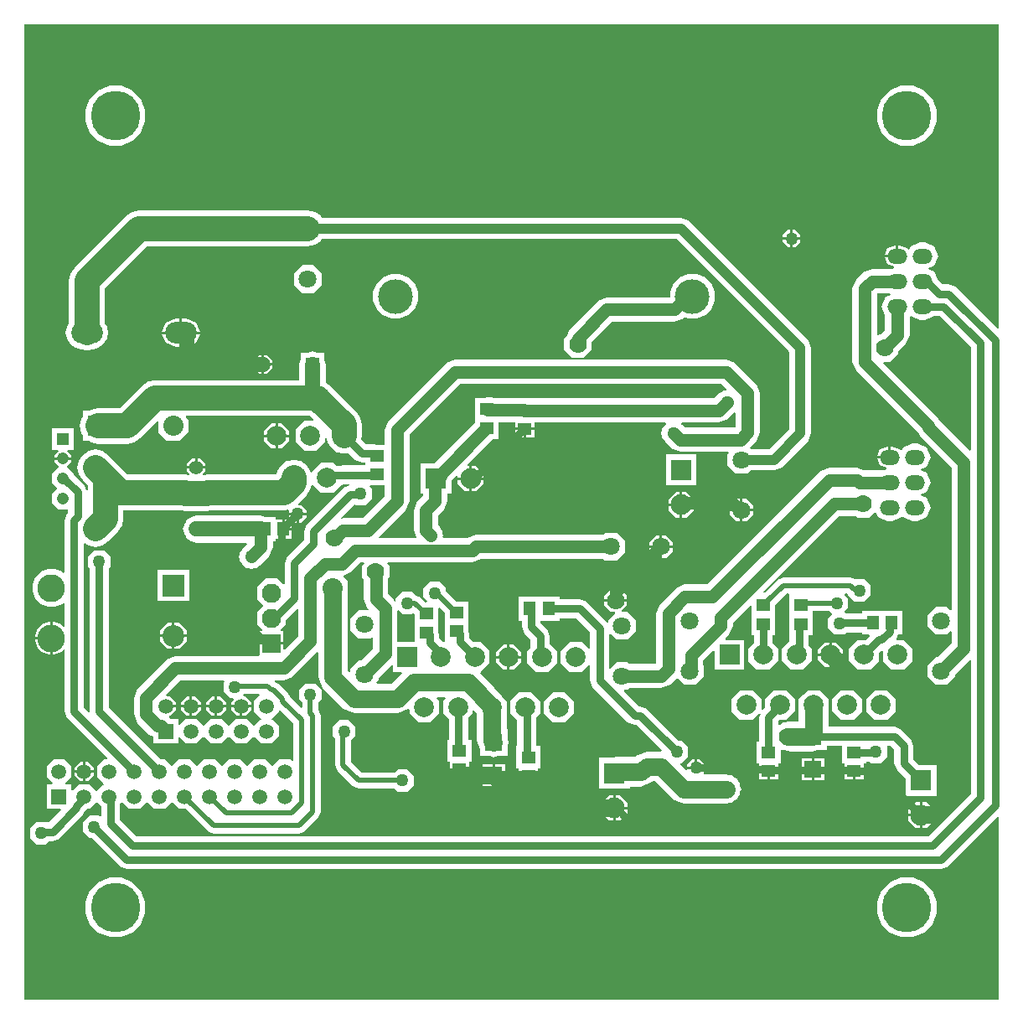
<source format=gbl>
G04*
G04 #@! TF.GenerationSoftware,Altium Limited,Altium Designer,21.3.2 (30)*
G04*
G04 Layer_Physical_Order=2*
G04 Layer_Color=16711680*
%FSTAX44Y44*%
%MOMM*%
G71*
G04*
G04 #@! TF.SameCoordinates,1521B721-1041-421A-BEC2-2198B3717C83*
G04*
G04*
G04 #@! TF.FilePolarity,Positive*
G04*
G01*
G75*
%ADD15C,0.7620*%
%ADD56C,0.5080*%
%ADD57C,1.2700*%
%ADD58C,1.0160*%
%ADD59C,2.5400*%
%ADD60C,1.5240*%
%ADD61C,1.7780*%
%ADD62C,3.5000*%
%ADD63C,1.4000*%
%ADD64R,2.2000X2.2000*%
%ADD65C,2.2000*%
%ADD66R,2.1000X2.1000*%
%ADD67C,2.1000*%
%ADD68C,2.7940*%
%ADD69O,3.2000X2.2000*%
%ADD70C,2.0000*%
%ADD71R,2.0000X2.0000*%
%ADD72C,1.8000*%
%ADD73O,2.0000X1.5000*%
%ADD74R,1.5000X1.5000*%
%ADD75C,1.5000*%
%ADD76R,2.1000X2.1000*%
%ADD77R,1.9400X1.9400*%
%ADD78C,1.9400*%
%ADD79R,2.0320X2.0320*%
%ADD80C,2.0320*%
%ADD81C,1.2080*%
%ADD82R,1.2080X1.2080*%
%ADD83C,1.3500*%
%ADD84R,1.3500X1.3500*%
%ADD85C,1.7780*%
%ADD86C,1.2700*%
%ADD87C,5.0000*%
%ADD88R,1.2000X1.4000*%
%ADD89R,1.4000X1.2000*%
%ADD90R,1.7000X1.7000*%
G36*
X00970817Y00674034D02*
Y00569798D01*
X00969644Y00569312D01*
X00938016Y0060094D01*
X00937118Y00603108D01*
X00937118Y00603108D01*
X0088227Y00657957D01*
X00882756Y0065913D01*
X00889707D01*
X0089789Y00667313D01*
Y00669574D01*
X00905368Y00677052D01*
X00908992Y006858D01*
X00908992Y006858D01*
Y00704622D01*
X00910262Y00705228D01*
X0091952Y00701394D01*
X0092452D01*
X00934148Y00705382D01*
X00934151Y00705387D01*
X00939464D01*
X00970817Y00674034D01*
D02*
G37*
G36*
X00998967Y00692721D02*
X00997794Y00692235D01*
X00955515Y00734514D01*
X0094871Y00737333D01*
X00942577D01*
X00937173Y00742736D01*
X00934148Y00750038D01*
X00928266Y00752475D01*
Y00753745D01*
X00934148Y00756182D01*
X00938137Y0076581D01*
X00934148Y00775438D01*
X0092452Y00779426D01*
X0091952D01*
X00909892Y00775438D01*
X0090858Y00772272D01*
X0090731D01*
X00906804Y00773494D01*
X0089912Y00776677D01*
X0089789D01*
Y0076581D01*
X0089662D01*
Y0076454D01*
X00883779D01*
X00886436Y00758126D01*
X00893567Y00755172D01*
Y00753797D01*
X00891115Y00752782D01*
X0087104D01*
X0087104Y00752782D01*
X00862291Y00749158D01*
X00854852Y00741719D01*
X00851228Y00732971D01*
Y0065913D01*
X00854852Y00650382D01*
X00918724Y0058651D01*
X00919622Y00584342D01*
X00951558Y00552405D01*
Y00408323D01*
X00950385Y00407837D01*
X00946902Y0041132D01*
X00935238D01*
X0092699Y00403072D01*
Y00391408D01*
X00935238Y0038316D01*
X00946902D01*
X00950385Y00386643D01*
X00951558Y00386157D01*
Y00374425D01*
X00937654Y0036052D01*
X00935238D01*
X0092699Y00352272D01*
Y00340608D01*
X00935238Y0033236D01*
X00946902D01*
X0095515Y00340608D01*
Y00343024D01*
X00969644Y00357518D01*
X00970817Y00357032D01*
Y00222426D01*
X00928194Y00179802D01*
X00127882D01*
X00111222Y00196462D01*
Y00212812D01*
X00112182Y00213771D01*
X0011303Y00214409D01*
X00113878Y00213771D01*
X00120519Y0020713D01*
X00130941D01*
X00137582Y00213771D01*
X0013843Y00214409D01*
X00139278Y00213771D01*
X00145919Y0020713D01*
X00156341D01*
X00162982Y00213771D01*
X0016383Y00214409D01*
X00164678Y00213771D01*
X00171319Y0020713D01*
X00177446D01*
X00199908Y00184668D01*
X0020574Y00182252D01*
X002921D01*
X00297932Y00184668D01*
X00311902Y00198638D01*
X00314318Y0020447D01*
Y00301707D01*
X00311902Y0030754D01*
X00311778Y00307664D01*
Y00314663D01*
X0031496Y00317845D01*
Y00327314D01*
X00308265Y0033401D01*
X00298796D01*
X002921Y00327314D01*
Y00317845D01*
X00295282Y00314663D01*
Y00309654D01*
X00294109Y00309168D01*
X00282572Y00320705D01*
X00281302Y00323771D01*
X00271701Y00333372D01*
X00268635Y00334642D01*
X00267446Y00335831D01*
X00267932Y00337004D01*
X00276516D01*
X00285265Y00340628D01*
X00310096Y00365459D01*
X00311269Y00364973D01*
Y00340369D01*
X00315698Y00329677D01*
X00337407Y00307968D01*
X003481Y00303539D01*
X00391695D01*
X0040226Y00307915D01*
X0040353Y00307451D01*
Y00303634D01*
X00412364Y002948D01*
X00424856D01*
X0043369Y00303634D01*
Y00316126D01*
X00430991Y00318826D01*
X00431477Y00319999D01*
X00439743D01*
X00440229Y00318826D01*
X0043753Y00316126D01*
Y00303634D01*
X00443708Y00297455D01*
Y00277164D01*
X00441972D01*
Y00255004D01*
X00444512D01*
Y00248354D01*
X00454052D01*
X00463592D01*
Y00255004D01*
X00466132D01*
Y00277164D01*
X00462953D01*
Y00298897D01*
X0046769Y00303634D01*
Y00306357D01*
X00468863Y00306843D01*
X0047153Y00304176D01*
Y00303634D01*
X00471914Y0030325D01*
Y00275955D01*
X0047537Y00267611D01*
Y0026046D01*
X0048523D01*
X0048895Y00258919D01*
X0049267Y0026046D01*
X0050253D01*
Y0027032D01*
X00504071Y0027404D01*
X0050253Y0027776D01*
Y0028762D01*
X00502156D01*
Y00309455D01*
X0050169Y0031058D01*
Y00316126D01*
X00497768Y00320048D01*
X00497302Y00321173D01*
X00489316Y00329159D01*
X00488542Y00331027D01*
X00475142Y00344427D01*
X00475629Y003456D01*
X00475856D01*
X0048469Y00354434D01*
Y00366926D01*
X00475856Y0037576D01*
X00468521D01*
X00464271Y0038001D01*
Y00384506D01*
X00463538Y00386274D01*
Y00394616D01*
Y00416776D01*
X00451042D01*
X0044069Y00427128D01*
Y00430185D01*
X00433994Y0043688D01*
X00424525D01*
X0041783Y00430185D01*
Y00420715D01*
X00421259Y00417286D01*
X00420807Y00415943D01*
X00420207Y00415861D01*
X00414946Y00421122D01*
X00409323Y00423451D01*
X00406054Y0042672D01*
X00396586D01*
X0038989Y00420024D01*
Y00416732D01*
X0038862Y00416479D01*
X00387658Y00418802D01*
X00387658Y00418802D01*
X00382235Y00424225D01*
Y00439949D01*
X0038354Y00441253D01*
Y00452827D01*
X00381282Y00455085D01*
X00381768Y00456258D01*
X00467123D01*
X0047567Y00459798D01*
X0059952D01*
X00601228Y0045809D01*
X00612892D01*
X0062114Y00466338D01*
Y00478002D01*
X00612892Y0048625D01*
X00601228D01*
X0059952Y00484542D01*
X00470663D01*
X00462117Y00481002D01*
X00437945D01*
X0043716Y00482272D01*
X00437822Y0048387D01*
X0043688Y00486144D01*
Y00488605D01*
X0043514Y00490345D01*
X00434198Y00492618D01*
X00432742Y00494075D01*
Y00503876D01*
X00438443Y00509576D01*
X00442066Y00518325D01*
Y0052544D01*
X0044611D01*
Y00539142D01*
X00451317Y00544348D01*
X0045249Y00543862D01*
Y0054229D01*
X0046426D01*
Y0055406D01*
X00462688D01*
X00462202Y00555233D01*
X00488054Y00581086D01*
X00494018D01*
Y00591462D01*
X0049431Y00592166D01*
X00494018Y0059287D01*
Y00597655D01*
X00501419D01*
X0050216Y00597962D01*
X00510552D01*
Y00592254D01*
X00520092D01*
X00529632D01*
Y00597612D01*
X00662241D01*
X00663088Y00596342D01*
X00662925Y00595949D01*
X00661812Y00595488D01*
X0066087Y00593215D01*
X0065913Y00591474D01*
Y00589014D01*
X00658188Y0058674D01*
X0065913Y00584466D01*
Y00582006D01*
X0066087Y00580265D01*
X00661812Y00577992D01*
X00668322Y00571482D01*
X00668322Y00571482D01*
X0067707Y00567858D01*
X0067707Y00567858D01*
X00725627D01*
X00726113Y00566685D01*
X0072506Y00565632D01*
Y00561371D01*
X00724521Y0056007D01*
X0072506Y00558769D01*
Y00553968D01*
X00733308Y0054572D01*
X00744972D01*
X00748325Y00549073D01*
X0077216D01*
X00779936Y00552294D01*
X00806606Y00578964D01*
X00809827Y0058674D01*
Y006731D01*
X00806606Y00680876D01*
X00685956Y00801526D01*
X0067818Y00804747D01*
X00315026D01*
X00313809Y00806569D01*
X00307927Y00810498D01*
X0030099Y00811878D01*
X00130629D01*
X00123691Y00810498D01*
X0011781Y00806569D01*
X000649Y00753659D01*
X0006097Y00747777D01*
X0005959Y0074084D01*
Y00697636D01*
X00057571Y00694614D01*
X00056323Y0068834D01*
X00057571Y00682066D01*
X00061125Y00676747D01*
X00066444Y00673193D01*
X00069207Y00672643D01*
X00070781Y00671592D01*
X00077719Y00670212D01*
X00084656Y00671592D01*
X00086231Y00672644D01*
X00088992Y00673193D01*
X00094311Y00676747D01*
X00097865Y00682066D01*
X00099113Y0068834D01*
X00097865Y00694614D01*
X00095847Y00697635D01*
Y00733331D01*
X00138138Y00775622D01*
X0030099D01*
X00307927Y00777002D01*
X00313809Y00780931D01*
X00315026Y00782753D01*
X00673625D01*
X00787833Y00668545D01*
Y00591295D01*
X00767605Y00571067D01*
X0074818D01*
X00747561Y00572244D01*
X00754238Y00578921D01*
X00757862Y00587669D01*
X00757862Y0058767D01*
Y0062738D01*
X00757862Y0062738D01*
X00754238Y00636128D01*
X00754238Y00636128D01*
X00732648Y00657718D01*
X007239Y00661342D01*
X0044958D01*
X00440832Y00657718D01*
X00382412Y00599298D01*
X00378788Y0059055D01*
Y00575256D01*
X00370452D01*
X00368684Y00575989D01*
X00359386D01*
X00354944Y0058043D01*
X00355694Y005842D01*
Y00595233D01*
X00354314Y00602171D01*
X00350385Y00608052D01*
X0032308Y00635357D01*
X00319416Y00637805D01*
Y0065632D01*
X003175Y00660947D01*
Y0066815D01*
X00310296D01*
X0030567Y00670066D01*
X00301043Y0066815D01*
X0029384D01*
Y00660947D01*
X00291924Y0065632D01*
Y00640428D01*
X00146455D01*
X00139517Y00639048D01*
X00133636Y00635119D01*
X00110736Y00612218D01*
X000887D01*
X00081763Y00610838D01*
X00079505Y0060933D01*
X0007346D01*
Y00603285D01*
X00071952Y00601027D01*
X00070572Y0059409D01*
X00071952Y00587153D01*
X0007346Y00584895D01*
Y0057885D01*
X00079505D01*
X00081763Y00577342D01*
X000887Y00575962D01*
X00118245D01*
X00125182Y00577342D01*
X00131063Y00581271D01*
X00148487Y00598695D01*
X0014966Y00598209D01*
Y00587777D01*
X00158587Y0057885D01*
X00171213D01*
X0018014Y00587777D01*
Y00600403D01*
X00177544Y00602998D01*
X0017803Y00604172D01*
X0030299D01*
X00306709Y00600453D01*
X00306223Y0059928D01*
X00297284D01*
X0028845Y00590446D01*
Y00577954D01*
X00297284Y0056912D01*
X00309776D01*
X0031861Y00577954D01*
Y00581851D01*
X0031988Y00581976D01*
X00320818Y00577263D01*
X00324747Y00571381D01*
X00330629Y00567452D01*
X00337566Y00566072D01*
X00341336Y00566822D01*
X00348596Y00559562D01*
X003554Y00556744D01*
X00358794D01*
Y00554453D01*
X00335774D01*
X00334134Y00553773D01*
X00329629D01*
X0032654Y00556862D01*
X00314048D01*
X00305214Y00548028D01*
Y00546685D01*
X00303944Y0054656D01*
X00303514Y00548719D01*
X00299585Y00554601D01*
X00293703Y0055853D01*
X00286766Y0055991D01*
X00279829Y0055853D01*
X00273947Y00554601D01*
X00270018Y00548719D01*
X00269301Y00545117D01*
X00269204Y0054502D01*
X00199712D01*
X00195881Y00544258D01*
X00195389D01*
X00194903Y00545432D01*
X001977Y00548228D01*
Y0055091D01*
X0018816D01*
X0017862D01*
Y00548228D01*
X00181417Y00545432D01*
X00180931Y00544258D01*
X00180439D01*
X00176608Y0054502D01*
X00118957D01*
X00109339Y00554639D01*
X00098979Y00564999D01*
X00093097Y00568928D01*
X0008616Y00570308D01*
X00079223Y00568928D01*
X00073341Y00564999D01*
X00069412Y00559117D01*
X00068032Y0055218D01*
X00069412Y00545243D01*
X00073341Y00539361D01*
X00078392Y00534311D01*
Y00529318D01*
X00077122Y00529065D01*
X00075074Y00534008D01*
X0006446Y00544622D01*
Y00545626D01*
X00058168Y00551918D01*
X00057946Y0055214D01*
X00057864Y0055341D01*
X0006192Y00557466D01*
Y0055975D01*
X0005334D01*
X0004476D01*
Y00557466D01*
X00048816Y0055341D01*
X00048734Y0055214D01*
X00048512Y00551918D01*
X0004222Y00545626D01*
Y00536414D01*
X00047614Y0053102D01*
X0004222Y00525626D01*
Y00516414D01*
X00048734Y005099D01*
X00057946D01*
X00058648Y00509609D01*
Y00506579D01*
X00057766Y00505697D01*
X00054948Y00498893D01*
Y00446093D01*
X00053774Y00445607D01*
X00052701Y0044668D01*
X00045699Y0044958D01*
X00038121D01*
X00031119Y0044668D01*
X0002576Y00441321D01*
X0002286Y00434319D01*
Y00426741D01*
X0002576Y00419739D01*
X00031119Y0041438D01*
X00038121Y0041148D01*
X00045699D01*
X00052701Y0041438D01*
X00053974Y00415653D01*
X00055148Y00415167D01*
Y00391501D01*
X00053974Y00391014D01*
X00051262Y00393727D01*
X00045194Y0039624D01*
X0004318D01*
Y0037973D01*
Y0036322D01*
X00045194D01*
X00051262Y00365733D01*
X00053974Y00368446D01*
X00055148Y0036796D01*
Y0030607D01*
X00057966Y00299266D01*
X00098369Y00258863D01*
X00097882Y0025769D01*
X00095119D01*
X0008775Y00250321D01*
Y00239899D01*
X00094391Y00233258D01*
X00095029Y0023241D01*
X00094391Y00231562D01*
X00088478Y00225649D01*
X0008763Y00225011D01*
X00086782Y00225649D01*
X00080141Y0023229D01*
X00069719D01*
X0006338Y00225951D01*
X0006211Y00226477D01*
Y0023229D01*
X00056297D01*
X00055771Y0023356D01*
X0006211Y00239899D01*
Y00250321D01*
X00054741Y0025769D01*
X00044319D01*
X0003695Y00250321D01*
Y00239899D01*
X00043289Y0023356D01*
X00042763Y0023229D01*
X0003695D01*
Y0020713D01*
X00051051D01*
X00051537Y00205957D01*
X00039055Y00193474D01*
X0003732D01*
X00036484Y0019431D01*
X00027016D01*
X0002032Y00187614D01*
Y00178146D01*
X00027016Y0017145D01*
X00036484D01*
X00039264Y0017423D01*
X0004304D01*
X00049844Y00177048D01*
X00073994Y00201197D01*
X00075388Y00204563D01*
X00077955Y0020713D01*
X00080141D01*
X00086782Y00213771D01*
X0008763Y00214409D01*
X00088478Y00213771D01*
X00091978Y00210272D01*
Y00200166D01*
X00090804Y0019968D01*
X00089824Y0020066D01*
X00080356D01*
X0007366Y00193965D01*
Y00184496D01*
X00080356Y001778D01*
X00082912D01*
X00111306Y00149406D01*
X0011811Y00146587D01*
X0094107D01*
X00947874Y00149406D01*
X00997794Y00199325D01*
X00998967Y00198839D01*
X00998967Y00014493D01*
X00014493D01*
X00014493Y01000237D01*
X00998967D01*
X00998967Y00692721D01*
D02*
G37*
G36*
X00889634Y00726768D02*
X00884492Y00724638D01*
X00880503Y0071501D01*
X00884248Y00705969D01*
Y00690925D01*
X00880394Y0068707D01*
X00878133D01*
X00877145Y00686082D01*
X00875972Y00686568D01*
Y00727846D01*
X00876164Y00728038D01*
X00889381D01*
X00889634Y00726768D01*
D02*
G37*
G36*
X00723896Y00631477D02*
X00723649Y00630232D01*
X00722896Y0062992D01*
X00720435D01*
X00718695Y0062818D01*
X00716422Y00627238D01*
X00711539Y00622356D01*
X00520287D01*
X00519442Y00622706D01*
X00501726D01*
X00501726Y00622706D01*
X00500985Y00622399D01*
X00488708D01*
X00486803Y00623188D01*
X00482783D01*
X00481938Y00623538D01*
X00478819Y00622246D01*
X00469858D01*
Y0061187D01*
X00469566Y00611166D01*
X00469858Y00610462D01*
Y00597882D01*
X00428576Y005566D01*
X0041495D01*
Y0052544D01*
X00417323D01*
Y00523449D01*
X00411622Y00517748D01*
X00407998Y00509D01*
Y0048895D01*
X00410853Y00482058D01*
X00410148Y00481002D01*
X00373427D01*
X00372941Y00482175D01*
X00399908Y00509142D01*
X00399908Y00509142D01*
X00403532Y0051789D01*
X00403532Y0051789D01*
Y00585425D01*
X00454705Y00636598D01*
X00718775D01*
X00723896Y00631477D01*
D02*
G37*
G36*
X00733118Y00607283D02*
Y00592794D01*
X00732926Y00592602D01*
X00682195D01*
X00679308Y00595488D01*
X00678195Y00595949D01*
X00678032Y00596342D01*
X00678879Y00597612D01*
X00716664D01*
X00725412Y00601236D01*
X00731945Y00607769D01*
X00733118Y00607283D01*
D02*
G37*
G36*
X00342879Y00533937D02*
X00337266Y00531612D01*
X00299906Y00494253D01*
X00297088Y00487449D01*
Y00478899D01*
X00280216Y00462028D01*
X00277397Y00455223D01*
Y00434504D01*
X00276224Y00434018D01*
X00270282Y0043996D01*
X00258038D01*
X0024938Y00431302D01*
Y00419058D01*
X00255958Y0041248D01*
X0024938Y00405902D01*
Y00393658D01*
X00255245Y00387793D01*
X00254758Y0038662D01*
X0025192D01*
Y0037565D01*
X0026416D01*
X002764D01*
Y0038662D01*
X00273561D01*
X00273075Y00387793D01*
X0027894Y00393658D01*
Y00398265D01*
X00289985Y0040931D01*
X00291158Y00408824D01*
Y00381514D01*
X00277573Y00367929D01*
X002764Y00368415D01*
Y0037311D01*
X0026416D01*
X0025192D01*
Y0036214D01*
X00250812Y00361748D01*
X00167139D01*
X00167139Y00361748D01*
X00158391Y00358124D01*
X00128532Y00328265D01*
X00124908Y00319517D01*
Y00302783D01*
X00128532Y00294035D01*
X00140365Y00282202D01*
X00140365Y00282202D01*
X001449Y00280323D01*
Y0027317D01*
X0017006D01*
Y00278983D01*
X0017133Y00279509D01*
X00177669Y0027317D01*
X00188091D01*
X00194732Y00279811D01*
X0019558Y00280449D01*
X00196428Y00279811D01*
X00203069Y0027317D01*
X00213491D01*
X00220132Y00279811D01*
X0022098Y00280449D01*
X00221828Y00279811D01*
X00228469Y0027317D01*
X00238891D01*
X00245532Y00279811D01*
X0024638Y00280449D01*
X00247228Y00279811D01*
X00253869Y0027317D01*
X00264291D01*
X0027166Y00280539D01*
Y00290961D01*
X00265019Y00297602D01*
X00264381Y0029845D01*
X00265019Y00299298D01*
X0027166Y00305939D01*
Y00306629D01*
X00272833Y00307115D01*
X00286392Y00293557D01*
Y00256298D01*
X00285219Y00255812D01*
X00283341Y0025769D01*
X00272919D01*
X00266278Y00251049D01*
X0026543Y00250411D01*
X00264582Y00251049D01*
X00257941Y0025769D01*
X00247519D01*
X00240878Y00251049D01*
X0024003Y00250411D01*
X00239182Y00251049D01*
X00232541Y0025769D01*
X00222119D01*
X00215478Y00251049D01*
X0021463Y00250411D01*
X00213782Y00251049D01*
X00207141Y0025769D01*
X00196719D01*
X00190078Y00251049D01*
X0018923Y00250411D01*
X00188382Y00251049D01*
X00181741Y0025769D01*
X00171319D01*
X00164678Y00251049D01*
X0016383Y00250411D01*
X00162982Y00251049D01*
X00156341Y0025769D01*
X00152158D01*
X00099792Y00310056D01*
Y00450658D01*
X001016Y00452466D01*
Y00461935D01*
X00094904Y0046863D01*
X00085435D01*
X0007874Y00461935D01*
Y00452466D01*
X00080548Y00450658D01*
Y0030607D01*
X00080836Y00305374D01*
X0007978Y00304668D01*
X00074392Y00310056D01*
Y00439999D01*
X00074193Y00440482D01*
Y00475216D01*
X00075312Y00475814D01*
X00079223Y00473202D01*
X0008616Y00471822D01*
X00093097Y00473202D01*
X00098979Y00477131D01*
X00109339Y00487491D01*
X00113268Y00493373D01*
X00114648Y0050031D01*
Y00508764D01*
X00173539D01*
X0017737Y00508002D01*
X0019895D01*
X00202781Y00508764D01*
X00276713D01*
X00280854Y00509587D01*
X0028194Y00508508D01*
Y0050673D01*
X0029972D01*
Y00509142D01*
X00294512Y0051435D01*
X00291468D01*
X00290982Y00515523D01*
X00299585Y00524126D01*
X00303514Y00530008D01*
X00304416Y00534538D01*
X00305794Y00534956D01*
X00314048Y00526702D01*
X0032654D01*
X00334367Y00534528D01*
X00335094D01*
X00336734Y00535207D01*
X00342627D01*
X00342879Y00533937D01*
D02*
G37*
G36*
X00378788Y00523014D02*
X00356698Y00500924D01*
X00336129D01*
X0033515Y00500518D01*
X00334444Y00501574D01*
X00348055Y00515186D01*
X0034876D01*
X00349595Y0051435D01*
X00359064D01*
X0036576Y00521045D01*
Y00530514D01*
X00363352Y00532923D01*
X00363838Y00534096D01*
X00378788D01*
Y00523014D01*
D02*
G37*
G36*
X00439378Y00405112D02*
Y00394616D01*
Y0037576D01*
X00437488D01*
X00433791Y00379458D01*
Y00383236D01*
X00433058Y00385004D01*
Y00393346D01*
Y00409772D01*
X00434231Y00410258D01*
X00439378Y00405112D01*
D02*
G37*
G36*
X00396586Y0040386D02*
X00406054D01*
X00407467Y00405273D01*
X00408898Y00403842D01*
Y00393346D01*
Y0037576D01*
X00391282D01*
Y00407505D01*
X00392455Y0040799D01*
X00396586Y0040386D01*
D02*
G37*
G36*
X00357858Y00455085D02*
X003556Y00452827D01*
Y00441253D01*
X00357492Y00439362D01*
Y004191D01*
X00361115Y00410352D01*
X00362514Y00408953D01*
X00362028Y0040778D01*
X00352308D01*
X0034406Y00399532D01*
Y00387868D01*
X00352308Y0037962D01*
X00363972D01*
X00365365Y00381013D01*
X00366538Y00380527D01*
Y00368795D01*
X00354724Y0035698D01*
X00352308D01*
X0034406Y00348732D01*
Y00345743D01*
X00342887Y00345257D01*
X00341511Y00346633D01*
Y00424098D01*
X0034163Y00424217D01*
Y00436843D01*
X00336728Y00441745D01*
X00336975Y00442991D01*
X00344028Y00445912D01*
X00354375Y00456258D01*
X00357372D01*
X00357858Y00455085D01*
D02*
G37*
G36*
X0038653Y00352134D02*
Y003456D01*
X00395592D01*
X00396077Y00344427D01*
X00385432Y00333781D01*
X00370592D01*
X00370106Y00334954D01*
X0037222Y00337068D01*
Y00339484D01*
X00385357Y0035262D01*
X0038653Y00352134D01*
D02*
G37*
G36*
X0021667Y00335831D02*
X002159Y0033506D01*
Y00325592D01*
X00222596Y00318896D01*
X00225568D01*
X00226054Y00317723D01*
X0022364Y00315309D01*
Y0031242D01*
X0024372D01*
Y00315309D01*
X00237839Y0032119D01*
X00236018D01*
X00235532Y00322363D01*
X00236391Y00323222D01*
X00251702D01*
X00252188Y00322049D01*
X002465Y00316361D01*
Y00305939D01*
X00253141Y00299298D01*
X00253779Y0029845D01*
X00253141Y00297602D01*
X00247228Y00291689D01*
X0024638Y00291051D01*
X00245532Y00291689D01*
X00238891Y0029833D01*
X00228469D01*
X00221828Y00291689D01*
X0022098Y00291051D01*
X00220132Y00291689D01*
X00213491Y0029833D01*
X00203069D01*
X00196428Y00291689D01*
X0019558Y00291051D01*
X00194732Y00291689D01*
X00188091Y0029833D01*
X00177669D01*
X0017133Y00291991D01*
X0017006Y00292517D01*
Y0029833D01*
X00162396D01*
X00161028Y00299698D01*
X00160627Y00299864D01*
X00160875Y0030111D01*
X00161639D01*
X0016752Y00306991D01*
Y0030988D01*
X0015748D01*
Y0031242D01*
X0016752D01*
Y00315309D01*
X00161639Y0032119D01*
X00158109D01*
X00157622Y00322363D01*
X00172263Y00337004D01*
X00216185D01*
X0021667Y00335831D01*
D02*
G37*
%LPC*%
G36*
X00912333Y009377D02*
X00900367D01*
X00889311Y00933121D01*
X00880849Y00924659D01*
X0087627Y00913603D01*
Y00901637D01*
X00880849Y00890581D01*
X00889311Y00882119D01*
X00900367Y0087754D01*
X00912333D01*
X00923389Y00882119D01*
X00931851Y00890581D01*
X0093643Y00901637D01*
Y00913603D01*
X00931851Y00924659D01*
X00923389Y00933121D01*
X00912333Y009377D01*
D02*
G37*
G36*
X00112333D02*
X00100367D01*
X00089311Y00933121D01*
X00080849Y00924659D01*
X0007627Y00913603D01*
Y00901637D01*
X00080849Y00890581D01*
X00089311Y00882119D01*
X00100367Y0087754D01*
X00112333D01*
X00123389Y00882119D01*
X00131851Y00890581D01*
X0013643Y00901637D01*
Y00913603D01*
X00131851Y00924659D01*
X00123389Y00933121D01*
X00112333Y009377D01*
D02*
G37*
G36*
X00793622Y0079248D02*
X0079121D01*
Y0078486D01*
X0079883D01*
Y00787272D01*
X00793622Y0079248D01*
D02*
G37*
G36*
X0078867D02*
X00786258D01*
X0078105Y00787272D01*
Y0078486D01*
X0078867D01*
Y0079248D01*
D02*
G37*
G36*
X0079883Y0078232D02*
X0079121D01*
Y007747D01*
X00793622D01*
X0079883Y00779908D01*
Y0078232D01*
D02*
G37*
G36*
X0078867D02*
X0078105D01*
Y00779908D01*
X00786258Y007747D01*
X0078867D01*
Y0078232D01*
D02*
G37*
G36*
X0089535Y00776677D02*
X0089412D01*
X00886436Y00773494D01*
X00883779Y0076708D01*
X0089535D01*
Y00776677D01*
D02*
G37*
G36*
X00306822Y0075664D02*
X00295158D01*
X0028691Y00748392D01*
Y00736728D01*
X00295158Y0072848D01*
X00306822D01*
X0031507Y00736728D01*
Y00748392D01*
X00306822Y0075664D01*
D02*
G37*
G36*
X00694101Y0074775D02*
X00685119D01*
X0067682Y00744312D01*
X00670468Y00737961D01*
X0066703Y00729661D01*
Y00724581D01*
X00666493Y00724043D01*
X00603069D01*
X00594321Y0072042D01*
X00565292Y0069139D01*
X00562837Y00685463D01*
X0056007Y00682697D01*
Y00671123D01*
X00568253Y0066294D01*
X00579827D01*
X0058801Y00671123D01*
Y00679116D01*
X00608194Y006993D01*
X00671617D01*
X00680365Y00702923D01*
X00681522Y0070408D01*
X00685119Y0070259D01*
X00694101D01*
X00702401Y00706028D01*
X00708752Y0071238D01*
X0071219Y00720679D01*
Y00729661D01*
X00708752Y00737961D01*
X00702401Y00744312D01*
X00694101Y0074775D01*
D02*
G37*
G36*
X00394101D02*
X00385119D01*
X00376819Y00744312D01*
X00370468Y00737961D01*
X0036703Y00729661D01*
Y00720679D01*
X00370468Y0071238D01*
X00376819Y00706028D01*
X00385119Y0070259D01*
X00394101D01*
X00402401Y00706028D01*
X00408752Y0071238D01*
X0041219Y00720679D01*
Y00729661D01*
X00408752Y00737961D01*
X00402401Y00744312D01*
X00394101Y0074775D01*
D02*
G37*
G36*
X00177719Y00702996D02*
X00173989D01*
Y0068961D01*
X00191849D01*
X00188082Y00698703D01*
X00177719Y00702996D01*
D02*
G37*
G36*
X00171449D02*
X00167719D01*
X00157356Y00698703D01*
X0015359Y0068961D01*
X00171449D01*
Y00702996D01*
D02*
G37*
G36*
X00191849Y0068707D02*
X00173989D01*
Y00673684D01*
X00177719D01*
X00188082Y00677977D01*
X00191849Y0068707D01*
D02*
G37*
G36*
X00171449D02*
X0015359D01*
X00157356Y00677977D01*
X00167719Y00673684D01*
X00171449D01*
Y0068707D01*
D02*
G37*
G36*
X00259518Y0066561D02*
X0025694D01*
Y0065759D01*
X0026496D01*
Y00660168D01*
X00259518Y0066561D01*
D02*
G37*
G36*
X002544D02*
X00251822D01*
X0024638Y00660168D01*
Y0065759D01*
X002544D01*
Y0066561D01*
D02*
G37*
G36*
X0026496Y0065505D02*
X0025694D01*
Y0064703D01*
X00259518D01*
X0026496Y00652472D01*
Y0065505D01*
D02*
G37*
G36*
X002544D02*
X0024638D01*
Y00652472D01*
X00251822Y0064703D01*
X002544D01*
Y0065505D01*
D02*
G37*
G36*
X00274688Y0059674D02*
X00270764D01*
Y0058547D01*
X00282034D01*
Y00589394D01*
X00274688Y0059674D01*
D02*
G37*
G36*
X00268224D02*
X002643D01*
X00256954Y00589394D01*
Y0058547D01*
X00268224D01*
Y0059674D01*
D02*
G37*
G36*
X00529632Y00589714D02*
X00521362D01*
Y00582444D01*
X00529632D01*
Y00589714D01*
D02*
G37*
G36*
X00518822D02*
X00510552D01*
Y00582444D01*
X00518822D01*
Y00589714D01*
D02*
G37*
G36*
X00282034Y0058293D02*
X00270764D01*
Y0057166D01*
X00274688D01*
X00282034Y00579006D01*
Y0058293D01*
D02*
G37*
G36*
X00268224D02*
X00256954D01*
Y00579006D01*
X002643Y0057166D01*
X00268224D01*
Y0058293D01*
D02*
G37*
G36*
X009169Y00576227D02*
X009119D01*
X00902272Y00572238D01*
X0090096Y00569072D01*
X0089969D01*
X00899184Y00570294D01*
X008915Y00573477D01*
X0089027D01*
Y0056261D01*
X00889D01*
Y0056134D01*
X00876159D01*
X00878816Y00554926D01*
X00885947Y00551972D01*
Y00550597D01*
X00883495Y00549582D01*
X00861821D01*
X00855689Y00552122D01*
X0082804D01*
X00819292Y00548498D01*
X00704805Y00434012D01*
X0068199D01*
X00673242Y00430388D01*
X00656732Y00413878D01*
X00653108Y0040513D01*
Y00353924D01*
X00652916Y00353732D01*
X0062603D01*
X00624322Y0035544D01*
X00612658D01*
X00606452Y00349234D01*
X00605279Y0034972D01*
Y003838D01*
X00606452Y00384286D01*
X00612658Y0037808D01*
X00624322D01*
X0063257Y00386328D01*
Y00397992D01*
X00624322Y0040624D01*
X00618511D01*
X00617984Y0040751D01*
X0062357Y00413096D01*
Y0041656D01*
X0060071D01*
Y00413096D01*
X00607406Y004064D01*
X00611022D01*
X00611548Y0040513D01*
X0060441Y00397992D01*
Y00395046D01*
X00603164Y00394798D01*
X00602461Y00396497D01*
X00582606Y00416352D01*
X00575802Y0041917D01*
X00555294D01*
Y00421628D01*
X00514134D01*
Y00397468D01*
X00516961D01*
Y00391118D01*
X00519779Y00384314D01*
X00525969Y00378124D01*
Y00370365D01*
X0052253Y00366926D01*
Y00354434D01*
X00531364Y003456D01*
X00543856D01*
X0055269Y00354434D01*
Y00366926D01*
X00545214Y00374403D01*
Y0038211D01*
X00542395Y00388914D01*
X00536205Y00395104D01*
Y00397468D01*
X00555294D01*
Y00399925D01*
X00571816D01*
X00586034Y00385707D01*
Y00369242D01*
X00584861Y00368756D01*
X00577856Y0037576D01*
X00565364D01*
X0055653Y00366926D01*
Y00354434D01*
X00565364Y003456D01*
X00577856D01*
X00584861Y00352604D01*
X00586034Y00352118D01*
Y00337097D01*
X00588852Y00330293D01*
X00624427Y00294718D01*
X00631231Y002919D01*
X00633075D01*
X00658637Y00266337D01*
X00657932Y00265281D01*
X0065786Y00265311D01*
X00643131D01*
X00632438Y00260882D01*
X00631567Y00260011D01*
X0061248D01*
X00609701Y0025886D01*
X0059529D01*
Y002277D01*
X0062645D01*
Y00229769D01*
X00637831D01*
X00648523Y00234198D01*
X00649394Y00235069D01*
X00651597D01*
X00670028Y00216638D01*
X0068072Y00212209D01*
X007239D01*
X00726679Y0021336D01*
X00729687D01*
X00731813Y00215487D01*
X00734592Y00216638D01*
X00735743Y00219417D01*
X0073787Y00221543D01*
Y00224551D01*
X00739021Y0022733D01*
X0073787Y00230109D01*
Y00233117D01*
X00735743Y00235243D01*
X00734592Y00238022D01*
X00731813Y00239173D01*
X00729687Y002413D01*
X00726679D01*
X007239Y00242451D01*
X00701183D01*
X00700697Y00243624D01*
X0070231Y00245238D01*
Y0024765D01*
X0068453D01*
Y002467D01*
X0068326Y00246174D01*
X00677063Y00252372D01*
X00677549Y00253545D01*
X00678342D01*
X00685038Y00260241D01*
Y0026971D01*
X00678342Y00276405D01*
X00675786D01*
X00643865Y00308326D01*
X00637061Y00311145D01*
X00635217D01*
X00620255Y00326107D01*
X00620741Y0032728D01*
X00624322D01*
X0062603Y00328988D01*
X0065804D01*
X00666789Y00332612D01*
X00673887Y00339711D01*
X00681238Y0033236D01*
X00692902D01*
X0070115Y00340608D01*
Y00352272D01*
X00700456Y00352966D01*
Y0035685D01*
X00710767Y00367161D01*
X0071194Y00366675D01*
Y0034787D01*
X007421D01*
Y0037803D01*
X00723295D01*
X00722809Y00379203D01*
X00726822Y00383216D01*
X00730445Y00391964D01*
Y00395618D01*
X00748085Y00413257D01*
X00749258Y00412771D01*
Y00401966D01*
Y00382966D01*
X00751556D01*
Y00374813D01*
X0074594Y00369196D01*
Y00356704D01*
X00754774Y0034787D01*
X00767266D01*
X007761Y00356704D01*
Y00369196D01*
X00770801Y00374495D01*
Y00382966D01*
X00773418D01*
Y00401966D01*
Y00413462D01*
X00784778Y00424822D01*
X00786376D01*
X00787358Y00424126D01*
Y00401966D01*
Y00382966D01*
X00787607D01*
Y00376863D01*
X0077994Y00369196D01*
Y00356704D01*
X00788774Y0034787D01*
X00801266D01*
X008101Y00356704D01*
Y00369196D01*
X00806851Y00372445D01*
Y00382966D01*
X00811518D01*
Y00401966D01*
Y00407042D01*
X00827743D01*
X00830926Y0040386D01*
X0082677Y00399705D01*
Y00390235D01*
X00833465Y0038354D01*
X00842934D01*
X00844938Y00385544D01*
X00860756D01*
Y00383282D01*
X00868084D01*
X0086857Y00382109D01*
X00864492Y0037803D01*
X00856774D01*
X0084794Y00369196D01*
Y00356704D01*
X00856774Y0034787D01*
X00869266D01*
X008781Y00356704D01*
Y00364422D01*
X00880767Y00367088D01*
X0088194Y00366602D01*
Y00356704D01*
X00890774Y0034787D01*
X00903266D01*
X009121Y00356704D01*
Y00369196D01*
X00903266Y0037803D01*
X00896062D01*
X00895542Y003793D01*
X00897192Y00383282D01*
X00901916D01*
Y00407442D01*
X00860756D01*
Y00404789D01*
X00844546D01*
X00842934Y004064D01*
X0084709Y00410555D01*
Y00420024D01*
X00843466Y00423649D01*
X00843952Y00424822D01*
X00845778D01*
X00846984Y00423616D01*
X0084709Y00423572D01*
Y00423256D01*
X00853785Y0041656D01*
X00863254D01*
X0086995Y00423256D01*
Y00432724D01*
X00863254Y0043942D01*
X00853785D01*
X00853783Y00439417D01*
X00849194Y00441318D01*
X00781362D01*
X0077553Y00438902D01*
X00761626Y00424999D01*
X00761623Y00424999D01*
X00761205Y00426377D01*
X00838076Y00503248D01*
X00854945D01*
X00856543Y0050165D01*
X00868117D01*
X00873655Y00507188D01*
X00874901Y0050694D01*
X00876872Y00502182D01*
X008865Y00498194D01*
X008915D01*
X00900931Y005021D01*
X009017Y00502147D01*
X00902469Y005021D01*
X009119Y00498194D01*
X009169D01*
X00926528Y00502182D01*
X00930517Y0051181D01*
X00926528Y00521438D01*
X00920646Y00523875D01*
Y00525145D01*
X00926528Y00527582D01*
X00930517Y0053721D01*
X00926528Y00546838D01*
X00920646Y00549275D01*
Y00550545D01*
X00926528Y00552982D01*
X00930517Y0056261D01*
X00926528Y00572238D01*
X009169Y00576227D01*
D02*
G37*
G36*
X0088773Y00573477D02*
X008865D01*
X00878816Y00570294D01*
X00876159Y0056388D01*
X0088773D01*
Y00573477D01*
D02*
G37*
G36*
X0006446Y0059214D02*
X0004222D01*
Y005699D01*
X0004829D01*
X00048816Y0056863D01*
X0004476Y00564574D01*
Y0056229D01*
X0005334D01*
X0006192D01*
Y00564574D01*
X00057864Y0056863D01*
X0005839Y005699D01*
X0006446D01*
Y0059214D01*
D02*
G37*
G36*
X00192112Y0056172D02*
X0018943D01*
Y0055345D01*
X001977D01*
Y00556132D01*
X00192112Y0056172D01*
D02*
G37*
G36*
X0018689D02*
X00184208D01*
X0017862Y00556132D01*
Y0055345D01*
X0018689D01*
Y0056172D01*
D02*
G37*
G36*
X00470931Y0055406D02*
X004668D01*
Y0054229D01*
X0047857D01*
Y00546421D01*
X00470931Y0055406D01*
D02*
G37*
G36*
X0069376Y0056521D02*
X006626D01*
Y0053405D01*
X0069376D01*
Y0056521D01*
D02*
G37*
G36*
X0047857Y0053975D02*
X004668D01*
Y0052798D01*
X00470931D01*
X0047857Y00535619D01*
Y0053975D01*
D02*
G37*
G36*
X0046426D02*
X0045249D01*
Y00535619D01*
X00460129Y0052798D01*
X0046426D01*
Y0053975D01*
D02*
G37*
G36*
X00683581Y0052767D02*
X0067945D01*
Y005159D01*
X0069122D01*
Y00520031D01*
X00683581Y0052767D01*
D02*
G37*
G36*
X0067691D02*
X00672779D01*
X0066514Y00520031D01*
Y005159D01*
X0067691D01*
Y0052767D01*
D02*
G37*
G36*
X0074392Y0052054D02*
X0074041D01*
Y0051027D01*
X0075068D01*
Y0051378D01*
X0074392Y0052054D01*
D02*
G37*
G36*
X0073787D02*
X0073436D01*
X007276Y0051378D01*
Y0051027D01*
X0073787D01*
Y0052054D01*
D02*
G37*
G36*
X0069122Y0051336D02*
X0067945D01*
Y0050159D01*
X00683581D01*
X0069122Y00509229D01*
Y0051336D01*
D02*
G37*
G36*
X0067691D02*
X0066514D01*
Y00509229D01*
X00672779Y0050159D01*
X0067691D01*
Y0051336D01*
D02*
G37*
G36*
X0075068Y0050773D02*
X0074041D01*
Y0049746D01*
X0074392D01*
X0075068Y0050422D01*
Y0050773D01*
D02*
G37*
G36*
X0073787D02*
X007276D01*
Y0050422D01*
X0073436Y0049746D01*
X0073787D01*
Y0050773D01*
D02*
G37*
G36*
X0066264Y0048371D02*
X0065913D01*
Y0047344D01*
X006694D01*
Y0047695D01*
X0066264Y0048371D01*
D02*
G37*
G36*
X0065659D02*
X0065308D01*
X0064632Y0047695D01*
Y0047344D01*
X0065659D01*
Y0048371D01*
D02*
G37*
G36*
X006694Y004709D02*
X0065913D01*
Y0046063D01*
X0066264D01*
X006694Y0046739D01*
Y004709D01*
D02*
G37*
G36*
X0065659D02*
X0064632D01*
Y0046739D01*
X0065308Y0046063D01*
X0065659D01*
Y004709D01*
D02*
G37*
G36*
X00616875Y0042926D02*
X0061341D01*
Y004191D01*
X0062357D01*
Y00422565D01*
X00616875Y0042926D01*
D02*
G37*
G36*
X0061087D02*
X00607406D01*
X0060071Y00422565D01*
Y004191D01*
X0061087D01*
Y0042926D01*
D02*
G37*
G36*
X0004064Y0039624D02*
X00038626D01*
X00032558Y00393727D01*
X00027913Y00389082D01*
X000254Y00383014D01*
Y00381D01*
X0004064D01*
Y0039624D01*
D02*
G37*
G36*
X00834214Y0037549D02*
X0083029D01*
Y0036422D01*
X0084156D01*
Y00368144D01*
X00834214Y0037549D01*
D02*
G37*
G36*
X0082775D02*
X00823826D01*
X0081648Y00368144D01*
Y0036422D01*
X0082775D01*
Y0037549D01*
D02*
G37*
G36*
X0004064Y0037846D02*
X000254D01*
Y00376446D01*
X00027913Y00370378D01*
X00032558Y00365733D01*
X00038626Y0036322D01*
X0004064D01*
Y0037846D01*
D02*
G37*
G36*
X00508804Y0037322D02*
X0050488D01*
Y0036195D01*
X0051615D01*
Y00365874D01*
X00508804Y0037322D01*
D02*
G37*
G36*
X0050234D02*
X00498416D01*
X0049107Y00365874D01*
Y0036195D01*
X0050234D01*
Y0037322D01*
D02*
G37*
G36*
X0084156Y0036168D02*
X0083029D01*
Y0035041D01*
X00834214D01*
X0084156Y00357756D01*
Y0036168D01*
D02*
G37*
G36*
X0082775D02*
X0081648D01*
Y00357756D01*
X00823826Y0035041D01*
X0082775D01*
Y0036168D01*
D02*
G37*
G36*
X0051615Y0035941D02*
X0050488D01*
Y0034814D01*
X00508804D01*
X0051615Y00355486D01*
Y0035941D01*
D02*
G37*
G36*
X0050234D02*
X0049107D01*
Y00355486D01*
X00498416Y0034814D01*
X0050234D01*
Y0035941D01*
D02*
G37*
G36*
X00886266Y0032723D02*
X00873774D01*
X0086494Y00318396D01*
Y00305904D01*
X00873774Y0029707D01*
X00886266D01*
X008951Y00305904D01*
Y00318396D01*
X00886266Y0032723D01*
D02*
G37*
G36*
X00852266D02*
X00839774D01*
X0083094Y00318396D01*
Y00305904D01*
X00839774Y0029707D01*
X00852266D01*
X008611Y00305904D01*
Y00318396D01*
X00852266Y0032723D01*
D02*
G37*
G36*
X0081202Y00327271D02*
X00811921Y0032723D01*
X00805774D01*
X00801427Y00322883D01*
X00801328Y00322842D01*
X00801287Y00322743D01*
X0079694Y00318396D01*
Y00312249D01*
X00796899Y0031215D01*
Y00295511D01*
X00788076D01*
X007874Y00295791D01*
X0078613D01*
X00783351Y0029464D01*
X00780343D01*
X00778217Y00292513D01*
X0077715Y00292072D01*
X00776095Y00292777D01*
Y00295633D01*
X00777532Y0029707D01*
X00784266D01*
X007931Y00305904D01*
Y00318396D01*
X00784266Y0032723D01*
X00771774D01*
X0076294Y00318396D01*
Y00309694D01*
X0076037Y00307125D01*
X007591Y00307651D01*
Y00318396D01*
X00750266Y0032723D01*
X00737774D01*
X0072894Y00318396D01*
Y00305904D01*
X00737774Y0029707D01*
X00750266D01*
X00757356Y0030416D01*
X00758433Y0030344D01*
X0075685Y00299618D01*
Y00275344D01*
X00754392D01*
Y00253184D01*
X00756932D01*
Y00246534D01*
X00766472D01*
X00776012D01*
Y00253184D01*
X00778552D01*
Y00266832D01*
X00779725Y00267318D01*
X00780343Y002667D01*
X00783351D01*
X0078613Y00265549D01*
X00787004D01*
X0078768Y00265269D01*
X0081153D01*
X0081525Y0026681D01*
X0082511D01*
Y00270767D01*
X00840752D01*
Y00253184D01*
X00843292D01*
Y00246534D01*
X00852832D01*
X00862372D01*
Y00253184D01*
X00864912D01*
Y0025483D01*
X00868677D01*
X00870295Y00253212D01*
X00879764D01*
X0088646Y00259907D01*
Y00269376D01*
X00886242Y00269594D01*
X00886728Y00270767D01*
X00890094D01*
X00893661Y00267201D01*
Y00253406D01*
X0089648Y00246602D01*
X0090517Y00237912D01*
Y0022036D01*
X0093633D01*
Y0025152D01*
X00918778D01*
X00912906Y00257392D01*
Y00271186D01*
X00910088Y0027799D01*
X00900884Y00287194D01*
X0089408Y00290012D01*
X00827141D01*
Y0031215D01*
X008271Y00312249D01*
Y00318396D01*
X00822753Y00322743D01*
X00822712Y00322842D01*
X00822613Y00322883D01*
X00818266Y0032723D01*
X00812119D01*
X0081202Y00327271D01*
D02*
G37*
G36*
X00560856Y0032496D02*
X00548364D01*
X0053953Y00316126D01*
Y00303634D01*
X00548364Y002948D01*
X00560856D01*
X0056969Y00303634D01*
Y00316126D01*
X00560856Y0032496D01*
D02*
G37*
G36*
X00697102Y0025781D02*
X0069469D01*
Y0025019D01*
X0070231D01*
Y00252602D01*
X00697102Y0025781D01*
D02*
G37*
G36*
X0069215D02*
X00689738D01*
X0068453Y00252602D01*
Y0025019D01*
X0069215D01*
Y0025781D01*
D02*
G37*
G36*
X0082257Y0025843D02*
X008128D01*
Y0024866D01*
X0082257D01*
Y0025843D01*
D02*
G37*
G36*
X0081026D02*
X0080049D01*
Y0024866D01*
X0081026D01*
Y0025843D01*
D02*
G37*
G36*
X00079089Y0025515D02*
X000762D01*
Y0024638D01*
X0008497D01*
Y00249269D01*
X00079089Y0025515D01*
D02*
G37*
G36*
X0007366D02*
X00070771D01*
X0006489Y00249269D01*
Y0024638D01*
X0007366D01*
Y0025515D01*
D02*
G37*
G36*
X0049999Y0025208D02*
X0049022D01*
Y0024231D01*
X0049999D01*
Y0025208D01*
D02*
G37*
G36*
X0048768D02*
X0047791D01*
Y0024231D01*
X0048768D01*
Y0025208D01*
D02*
G37*
G36*
X00526856Y0032496D02*
X00514364D01*
X0050553Y00316126D01*
Y00303634D01*
X00512634Y0029653D01*
Y00270544D01*
X00511822D01*
Y00248384D01*
X00514362D01*
Y00241734D01*
X00523902D01*
X00533442D01*
Y00248384D01*
X00535982D01*
Y00270544D01*
X00531878D01*
Y00299822D01*
X0053569Y00303634D01*
Y00316126D01*
X00526856Y0032496D01*
D02*
G37*
G36*
X00463592Y00245814D02*
X00455322D01*
Y00238544D01*
X00463592D01*
Y00245814D01*
D02*
G37*
G36*
X00452782D02*
X00444512D01*
Y00238544D01*
X00452782D01*
Y00245814D01*
D02*
G37*
G36*
X00862372Y00243994D02*
X00854102D01*
Y00236724D01*
X00862372D01*
Y00243994D01*
D02*
G37*
G36*
X00851562D02*
X00843292D01*
Y00236724D01*
X00851562D01*
Y00243994D01*
D02*
G37*
G36*
X00776012D02*
X00767742D01*
Y00236724D01*
X00776012D01*
Y00243994D01*
D02*
G37*
G36*
X00765202D02*
X00756932D01*
Y00236724D01*
X00765202D01*
Y00243994D01*
D02*
G37*
G36*
X0082257Y0024612D02*
X008128D01*
Y0023635D01*
X0082257D01*
Y0024612D01*
D02*
G37*
G36*
X0081026D02*
X0080049D01*
Y0023635D01*
X0081026D01*
Y0024612D01*
D02*
G37*
G36*
X0008497Y0024384D02*
X000762D01*
Y0023507D01*
X00079089D01*
X0008497Y00240951D01*
Y0024384D01*
D02*
G37*
G36*
X0007366D02*
X0006489D01*
Y00240951D01*
X00070771Y0023507D01*
X0007366D01*
Y0024384D01*
D02*
G37*
G36*
X00533442Y00239194D02*
X00525172D01*
Y00231924D01*
X00533442D01*
Y00239194D01*
D02*
G37*
G36*
X00522632D02*
X00514362D01*
Y00231924D01*
X00522632D01*
Y00239194D01*
D02*
G37*
G36*
X0049999Y0023977D02*
X0049022D01*
Y0023D01*
X0049999D01*
Y0023977D01*
D02*
G37*
G36*
X0048768D02*
X0047791D01*
Y0023D01*
X0048768D01*
Y0023977D01*
D02*
G37*
G36*
X00342183Y00296808D02*
X00332714D01*
X00326018Y00290112D01*
Y00280644D01*
X00328302Y00278359D01*
Y0025146D01*
X00330718Y00245628D01*
X00346325Y00230021D01*
X00352157Y00227605D01*
X00388605D01*
X00391787Y00224423D01*
X00401256D01*
X00407952Y00231118D01*
Y00240587D01*
X00401256Y00247283D01*
X00391787D01*
X00388605Y00244101D01*
X00355574D01*
X00344798Y00254876D01*
Y00276563D01*
X00348878Y00280644D01*
Y00290112D01*
X00342183Y00296808D01*
D02*
G37*
G36*
X00616271Y0022132D02*
X0061214D01*
Y0020955D01*
X0062391D01*
Y00213681D01*
X00616271Y0022132D01*
D02*
G37*
G36*
X006096D02*
X00605469D01*
X0059783Y00213681D01*
Y0020955D01*
X006096D01*
Y0022132D01*
D02*
G37*
G36*
X00926151Y0021398D02*
X0092202D01*
Y0020221D01*
X0093379D01*
Y00206341D01*
X00926151Y0021398D01*
D02*
G37*
G36*
X0091948D02*
X00915349D01*
X0090771Y00206341D01*
Y0020221D01*
X0091948D01*
Y0021398D01*
D02*
G37*
G36*
X0062391Y0020701D02*
X0061214D01*
Y0019524D01*
X00616271D01*
X0062391Y00202879D01*
Y0020701D01*
D02*
G37*
G36*
X006096D02*
X0059783D01*
Y00202879D01*
X00605469Y0019524D01*
X006096D01*
Y0020701D01*
D02*
G37*
G36*
X0093379Y0019967D02*
X0092202D01*
Y001879D01*
X00926151D01*
X0093379Y00195539D01*
Y0019967D01*
D02*
G37*
G36*
X0091948D02*
X0090771D01*
Y00195539D01*
X00915349Y001879D01*
X0091948D01*
Y0019967D01*
D02*
G37*
G36*
X00912333Y001377D02*
X00900367D01*
X00889311Y00133121D01*
X00880849Y00124659D01*
X0087627Y00113603D01*
Y00101637D01*
X00880849Y00090581D01*
X00889311Y00082119D01*
X00900367Y0007754D01*
X00912333D01*
X00923389Y00082119D01*
X00931851Y00090581D01*
X0093643Y00101637D01*
Y00113603D01*
X00931851Y00124659D01*
X00923389Y00133121D01*
X00912333Y001377D01*
D02*
G37*
G36*
X00112333D02*
X00100367D01*
X00089311Y00133121D01*
X00080849Y00124659D01*
X0007627Y00113603D01*
Y00101637D01*
X00080849Y00090581D01*
X00089311Y00082119D01*
X00100367Y0007754D01*
X00112333D01*
X00123389Y00082119D01*
X00131851Y00090581D01*
X0013643Y00101637D01*
Y00113603D01*
X00131851Y00124659D01*
X00123389Y00133121D01*
X00112333Y001377D01*
D02*
G37*
G36*
X0029972Y0050419D02*
X002921D01*
Y0049657D01*
X00294512D01*
X0029972Y00501778D01*
Y0050419D01*
D02*
G37*
G36*
X0028956D02*
X0028194D01*
Y00501778D01*
X0028302Y00500697D01*
X00282534Y00499524D01*
X00277514D01*
Y00491254D01*
X00284784D01*
Y00497274D01*
X00285957Y0049776D01*
X00287148Y0049657D01*
X0028956D01*
Y0050419D01*
D02*
G37*
G36*
X00284784Y00488714D02*
X00277514D01*
Y00480444D01*
X00284784D01*
Y00488714D01*
D02*
G37*
G36*
X00253226Y00503696D02*
X0018816D01*
X00184137Y0050203D01*
X00183156D01*
X00182463Y00501337D01*
X0017844Y0049967D01*
X00176773Y00495647D01*
X0017608Y00494954D01*
Y00493973D01*
X00174414Y0048995D01*
X0017608Y00485927D01*
Y00484946D01*
X00176773Y00484253D01*
X0017844Y0048023D01*
X00182463Y00478563D01*
X00183156Y0047787D01*
X00184137D01*
X0018816Y00476204D01*
X00238878D01*
X00239364Y0047503D01*
X00235092Y00470758D01*
X0023415Y00468485D01*
X0023241Y00466744D01*
Y00464284D01*
X00231468Y0046201D01*
X0023241Y00459736D01*
Y00457276D01*
X0023415Y00455535D01*
X00235092Y00453262D01*
X00237365Y0045232D01*
X00239105Y0045058D01*
X00241566D01*
X0024384Y00449638D01*
X00246114Y0045058D01*
X00248575D01*
X00250315Y0045232D01*
X00252588Y00453262D01*
X00261974Y00462648D01*
X00265598Y00471396D01*
Y00477904D01*
X00268324D01*
Y00480444D01*
X00274974D01*
Y00489984D01*
Y00499524D01*
X00268324D01*
Y00502064D01*
X00257167D01*
X00253226Y00503696D01*
D02*
G37*
G36*
X0018118Y0044915D02*
X0014902D01*
Y0041699D01*
X0018118D01*
Y0044915D01*
D02*
G37*
G36*
X00170708Y0039581D02*
X0016637D01*
Y0038354D01*
X0017864D01*
Y00387878D01*
X00170708Y0039581D01*
D02*
G37*
G36*
X0016383D02*
X00159492D01*
X0015156Y00387878D01*
Y0038354D01*
X0016383D01*
Y0039581D01*
D02*
G37*
G36*
X0017864Y00381D02*
X0016637D01*
Y0036873D01*
X00170708D01*
X0017864Y00376662D01*
Y00381D01*
D02*
G37*
G36*
X0016383D02*
X0015156D01*
Y00376662D01*
X00159492Y0036873D01*
X0016383D01*
Y00381D01*
D02*
G37*
G36*
X00212439Y0032119D02*
X0020955D01*
Y0031242D01*
X0021832D01*
Y00315309D01*
X00212439Y0032119D01*
D02*
G37*
G36*
X0020701D02*
X00204121D01*
X0019824Y00315309D01*
Y0031242D01*
X0020701D01*
Y0032119D01*
D02*
G37*
G36*
X00187039D02*
X0018415D01*
Y0031242D01*
X0019292D01*
Y00315309D01*
X00187039Y0032119D01*
D02*
G37*
G36*
X0018161D02*
X00178721D01*
X0017284Y00315309D01*
Y0031242D01*
X0018161D01*
Y0032119D01*
D02*
G37*
G36*
X0024372Y0030988D02*
X0023495D01*
Y0030111D01*
X00237839D01*
X0024372Y00306991D01*
Y0030988D01*
D02*
G37*
G36*
X0023241D02*
X0022364D01*
Y00306991D01*
X00229521Y0030111D01*
X0023241D01*
Y0030988D01*
D02*
G37*
G36*
X0021832D02*
X0020955D01*
Y0030111D01*
X00212439D01*
X0021832Y00306991D01*
Y0030988D01*
D02*
G37*
G36*
X0020701D02*
X0019824D01*
Y00306991D01*
X00204121Y0030111D01*
X0020701D01*
Y0030988D01*
D02*
G37*
G36*
X0019292D02*
X0018415D01*
Y0030111D01*
X00187039D01*
X0019292Y00306991D01*
Y0030988D01*
D02*
G37*
G36*
X0018161D02*
X0017284D01*
Y00306991D01*
X00178721Y0030111D01*
X0018161D01*
Y0030988D01*
D02*
G37*
%LPD*%
D15*
X0099568Y0021082D02*
Y00680741D01*
X0094871Y0072771D02*
X0099568Y00680741D01*
X00123897Y0017018D02*
X0093218D01*
X00938591Y0072771D02*
X0094871D01*
X00923745Y00738685D02*
X00927616D01*
X00938591Y0072771D01*
X0093218Y0017018D02*
X0098044Y0021844D01*
Y0067802D01*
X0092202Y0074041D02*
X00923745Y00738685D01*
X0094107Y0015621D02*
X0099568Y0021082D01*
X0011811Y0015621D02*
X0094107D01*
X0094345Y0071501D02*
X0098044Y0067802D01*
X0074041Y0024765D02*
X0074803Y0024003D01*
Y00203854D02*
Y0024003D01*
X00758818Y0024765D02*
X00759014Y00247454D01*
X00764282D02*
X00766472Y00245264D01*
X00759014Y00247454D02*
X00764282D01*
X0073914Y0024765D02*
X00758818D01*
X0062159Y0019939D02*
X00743566D01*
X0074803Y00203854D01*
X00276244Y00490984D02*
X0029072Y0050546D01*
X00276244Y00489984D02*
Y00490984D01*
X0029072Y0050546D02*
X0029083D01*
X0092202Y0071501D02*
X0094345D01*
X006127Y0020828D02*
X0062159Y0019939D01*
X0061087Y0020828D02*
X006127D01*
X0008509Y0018923D02*
X0011811Y0015621D01*
X001016Y00192477D02*
X00123897Y0017018D01*
X00767535Y00246327D02*
X00810467D01*
X00766472Y00245264D02*
X00767535Y00246327D01*
X00810467D02*
X0081153Y0024739D01*
X00852832Y00245264D02*
X00876426D01*
X0092075Y0020094D01*
X0081153Y0028039D02*
X0089408D01*
X00903284Y00271186D01*
Y00253406D02*
Y00271186D01*
Y00253406D02*
X0092075Y0023594D01*
X0005334Y0054102D02*
X00054454D01*
X0006827Y00527204D01*
Y00502593D02*
Y00527204D01*
X0006457Y00498893D02*
X0006827Y00502593D01*
X0006477Y0030607D02*
X0012573Y0024511D01*
X0006477Y0030607D02*
Y00439999D01*
X0006457Y00440199D02*
X0006477Y00439999D01*
X0006457Y00440199D02*
Y00498893D01*
X0009017Y0030607D02*
Y004572D01*
Y0030607D02*
X0015113Y0024511D01*
X0030671Y00487449D02*
X0034407Y00524808D01*
X0030671Y00474914D02*
Y00487449D01*
X0028702Y00455223D02*
X0030671Y00474914D01*
X0034407Y00524808D02*
X00353358D01*
X0028702Y00419954D02*
Y00455223D01*
X00266846Y0039978D02*
X0028702Y00419954D01*
X003554Y00566366D02*
X00368684D01*
X00337566Y005842D02*
X003554Y00566366D01*
X00368684D02*
X00370874Y00564176D01*
X00335094Y00544151D02*
X00335774Y0054483D01*
X00322663Y00544151D02*
X00335094D01*
X00320294Y00541782D02*
X00322663Y00544151D01*
X00370528Y0054483D02*
X00370874Y00545176D01*
X00335774Y0054483D02*
X00370528D01*
X0026416Y0039978D02*
X00266846D01*
X0027432Y0048806D02*
X00276244Y00489984D01*
X0027432Y0046228D02*
Y0048806D01*
X0025908Y0044704D02*
X0027432Y0046228D01*
X00257934Y0044704D02*
X0025908D01*
X002443Y00433406D02*
X00257934Y0044704D01*
X002443Y0038943D02*
Y00433406D01*
Y0038943D02*
X0025346Y0038027D01*
X0025827D01*
X0069342Y0024892D02*
X0073787D01*
X00595657Y00337097D02*
X00631231Y00301522D01*
X00637061D01*
X00595657Y00337097D02*
Y00389693D01*
X00637061Y00301522D02*
X00673608Y00264975D01*
X00453331Y00266805D02*
X00454052Y00266084D01*
X00453331Y00266805D02*
Y00309159D01*
X0045261Y0030988D02*
X00453331Y00309159D01*
X0010033Y0021971D02*
X001016Y0021844D01*
Y00192477D02*
Y0021844D01*
X0043561Y0036068D02*
Y0036403D01*
X00424168Y00375472D02*
X0043561Y0036403D01*
X00424168Y00375472D02*
Y00383236D01*
X00535591Y00362699D02*
X0053761Y0036068D01*
X00535591Y00362699D02*
Y0038211D01*
X00522256Y0026111D02*
X00523902Y00259464D01*
X0052061Y0030988D02*
X00522256Y00308234D01*
Y0026111D02*
Y00308234D01*
X00454648Y00376025D02*
X0046961Y00361063D01*
Y0036068D02*
Y00361063D01*
X00454648Y00376025D02*
Y00384506D01*
X00452458Y00386696D02*
X00454648Y00384506D01*
X00451458Y00386696D02*
X00452458D01*
X00526583Y00391118D02*
X00535591Y0038211D01*
X00526583Y00391118D02*
Y00408179D01*
X00525214Y00409548D02*
X00526583Y00408179D01*
X00421978Y00385426D02*
X00424168Y00383236D01*
X00420978Y00385426D02*
X00421978D01*
X0006719Y00209973D02*
X0007493Y00217713D01*
X0004304Y00183852D02*
X0006719Y00208002D01*
X0003175Y0018288D02*
X00032722Y00183852D01*
X0007493Y00217713D02*
Y0021971D01*
X0006719Y00208002D02*
Y00209973D01*
X00032722Y00183852D02*
X0004304D01*
X00469128Y0054102D02*
X00519092Y00590984D01*
X0046553Y0054102D02*
X00469128D01*
X00519092Y00590984D02*
X00520092D01*
X00838396Y00395166D02*
X0087164D01*
X008382Y0039497D02*
X00838396Y00395166D01*
X0087164D02*
X00871836Y00395362D01*
X00575802Y00409548D02*
X00595657Y00389693D01*
X00544214Y00409548D02*
X00575802D01*
X00888646Y00393172D02*
X00890836Y00395362D01*
X00888646Y00385881D02*
Y00393172D01*
X00880868Y00378103D02*
X00888646Y00385881D01*
X00878173Y00378103D02*
X00880868D01*
X0086302Y0036295D02*
X00878173Y00378103D01*
X00353358Y00524808D02*
X0035433Y0052578D01*
X00874841Y00264453D02*
X0087503Y00264642D01*
X00853021Y00264453D02*
X00874841D01*
X00852832Y00264264D02*
X00853021Y00264453D01*
X0086302Y0036295D02*
X0086302D01*
X00761179Y00393887D02*
X00761338Y00394046D01*
X00761179Y00363109D02*
Y00393887D01*
X0076102Y0036295D02*
X00761179Y00363109D01*
X0077802Y00311166D02*
Y0031215D01*
X00766472Y00299618D02*
X0077802Y00311166D01*
X0079502Y0036295D02*
X00797229Y00365159D01*
Y00391856D02*
X00799419Y00394046D01*
X00797229Y00365159D02*
Y00391856D01*
X0081153Y0024739D02*
X00812593Y00246327D01*
X00799419Y00394046D02*
X00799438D01*
X00766472Y00264264D02*
Y00299618D01*
X00812593Y00246327D02*
X00851769D01*
X00852832Y00245264D01*
X0025827Y0038027D02*
X0026416Y0037438D01*
D56*
X00352157Y00235853D02*
X00396522D01*
X0033655Y0025146D02*
Y0028448D01*
X00337448Y00285378D01*
X0033655Y0025146D02*
X00352157Y00235853D01*
X00799438Y00413046D02*
X00801682Y0041529D01*
X0083566D01*
X00781362Y0043307D02*
X00849194D01*
X00761338Y00413046D02*
X00762338D01*
X00765798Y00416506D01*
Y00417506D01*
X00781362Y0043307D01*
X00849194D02*
X00852816Y00429448D01*
X00228474Y0033147D02*
X00260143D01*
X0022733Y00330326D02*
X00228474Y0033147D01*
X0030607Y0020447D02*
Y00301707D01*
X0030353Y00304247D02*
X0030607Y00301707D01*
X0030353Y00304247D02*
Y0032258D01*
X0027547Y00316143D02*
X0029464Y00296973D01*
X00284799Y002032D02*
X0029464Y00213041D01*
X002921Y001905D02*
X0030607Y0020447D01*
X0029464Y00213041D02*
Y00296973D01*
X0017653Y0021971D02*
X0020574Y001905D01*
X002921D01*
X0020193Y0021971D02*
X0021844Y002032D01*
X00284799D01*
X00265869Y0032754D02*
X0027547Y00317939D01*
Y00316143D02*
Y00317939D01*
X00260143Y0033147D02*
X00264073Y0032754D01*
X00265869D01*
X00857062Y00429448D02*
X0085852Y0042799D01*
X00852816Y00429448D02*
X00857062D01*
X0042926Y0042545D02*
X00430704D01*
X00450458Y00405696D02*
X00451458D01*
X00430704Y0042545D02*
X00450458Y00405696D01*
X00409114Y0041529D02*
X00419978Y00404426D01*
X00420978D01*
X0040132Y0041529D02*
X00409114D01*
D57*
X0034925Y0046863D02*
X00467123D01*
X00328907Y0048133D02*
X00336129Y00488552D01*
X0033528Y0045466D02*
X0034925Y0046863D01*
X00467123D02*
X00470663Y0047217D01*
X00336129Y00488552D02*
X00361822D01*
X0039116Y0051789D01*
X0092837Y0059309D02*
X0096393Y0055753D01*
X0094107Y0034644D02*
X0096393Y003693D01*
Y0055753D01*
X0068199Y0042164D02*
X0070993D01*
X0066548Y0040513D02*
X0068199Y0042164D01*
X0066548Y003488D02*
Y0040513D01*
X0065804Y0034136D02*
X0066548Y003488D01*
X0061849Y0034136D02*
X0065804D01*
X0070993Y0042164D02*
X0082804Y0053975D01*
X0092837Y0059309D02*
Y0059436D01*
X008636Y0065913D02*
X0092837Y0059436D01*
X008636Y0065913D02*
Y00732971D01*
X0087104Y0074041D02*
X0089662D01*
X008636Y00732971D02*
X0087104Y0074041D01*
X0088392Y006731D02*
X0089662Y006858D01*
Y0071501D01*
X00318191Y0045466D02*
X0033528D01*
X0030353Y00439999D02*
X00318191Y0045466D01*
X00369863Y004191D02*
X0037891Y00410053D01*
X0036957Y0044704D02*
X00369863Y00446747D01*
Y004191D02*
Y00446747D01*
X0037891Y0036367D02*
Y00410053D01*
X00671617Y00711672D02*
X00685116Y0072517D01*
X0068961D01*
X00603069Y00711672D02*
X00671617D01*
X0057404Y00682642D02*
X00603069Y00711672D01*
X0057404Y0067691D02*
Y00682642D01*
X00711906Y0052071D02*
X00725996D01*
X00707414Y00516218D02*
X00711906Y0052071D01*
X00679768Y00516218D02*
X00707414D01*
X0067818Y0051463D02*
X00679768Y00516218D01*
X00737706Y00509D02*
X0073914D01*
X00725996Y0052071D02*
X00737706Y00509D01*
X0067707Y0058023D02*
X00738051D01*
X0067056Y0058674D02*
X0067707Y0058023D01*
X00738051D02*
X0074549Y00587669D01*
Y0062738D01*
X007239Y0064897D02*
X0074549Y0062738D01*
X0044958Y0064897D02*
X007239D01*
X00716664Y00609984D02*
X0072517Y0061849D01*
X00520092Y00609984D02*
X00716664D01*
X0035814Y003429D02*
X0037891Y0036367D01*
X00470663Y0047217D02*
X0060706D01*
X0030353Y0037639D02*
Y00439999D01*
X00276516Y00349376D02*
X0030353Y0037639D01*
X00167139Y00349376D02*
X00276516D01*
X0013728Y00319517D02*
X00167139Y00349376D01*
X0068707Y0034644D02*
X00688084Y00347454D01*
X00718074Y00391964D02*
Y00400742D01*
X00688084Y00347454D02*
Y00361975D01*
X00718074Y00391964D01*
Y00400742D02*
X00832952Y0051562D01*
X0086233D01*
X0042037Y0048895D02*
X0042545Y0048387D01*
X0042037Y0048895D02*
Y00509D01*
X00327532Y0048133D02*
X00328907D01*
X0042037Y00509D02*
X00429695Y00518325D01*
X0013728Y00302783D02*
Y00319517D01*
X0015228Y0029095D02*
X0015748Y0028575D01*
X0013728Y00302783D02*
X00149113Y0029095D01*
X0015228D01*
X0061214Y0042645D02*
X0065786Y0047217D01*
X0061214Y0041783D02*
Y0042645D01*
X0039116Y0051789D02*
Y0059055D01*
X0044958Y0064897D01*
X00481638Y00592166D02*
X00481938D01*
X00481288Y00591816D02*
X00481638Y00592166D01*
X0043496Y00545488D02*
X00481288Y00591816D01*
X0043496Y005439D02*
Y00545488D01*
X00431305Y00540245D02*
X0043496Y005439D01*
X00429695Y00518325D02*
Y00540185D01*
X0043053Y0054102D01*
X00858229Y0053721D02*
X00889D01*
X00855689Y0053975D02*
X00858229Y0053721D01*
X0082804Y0053975D02*
X00855689D01*
X0024384Y0046201D02*
X00253226Y00471396D01*
Y0048995D01*
X00501726Y00610334D02*
X00519442D01*
X00486803Y00610816D02*
X00487592Y00610027D01*
X00501419D02*
X00501726Y00610334D01*
X00482288Y00610816D02*
X00486803D01*
X00481938Y00611166D02*
X00482288Y00610816D01*
X00487592Y00610027D02*
X00501419D01*
D58*
X00735518Y0056007D02*
X0077216D01*
X0079883Y0058674D01*
Y006731D01*
X0067818Y0079375D02*
X0079883Y006731D01*
X0030099Y0079375D02*
X0067818D01*
D59*
X00118245Y0059409D02*
X00146455Y006223D01*
X00310499D01*
X0030567Y00622538D02*
X00310261D01*
X00337566Y00595233D01*
X000887Y0059409D02*
X00118245D01*
X0008616Y0048995D02*
X0009652Y0050031D01*
Y0054182D01*
X00337566Y005842D02*
Y00595233D01*
X00276713Y00526892D02*
X00286766Y00536945D01*
Y00541782D01*
X00199712Y00526892D02*
X00276713D01*
X0019895Y0052613D02*
X00199712Y00526892D01*
X0017737Y0052613D02*
X0019895D01*
X00176608Y00526892D02*
X0017737Y0052613D01*
X00111448Y00526892D02*
X00176608D01*
X0009652Y0054182D02*
X00111448Y00526892D01*
X00077719Y0068834D02*
Y0074084D01*
X00130629Y0079375D02*
X0030099D01*
X00077719Y0074084D02*
X00130629Y0079375D01*
X0008616Y0055218D02*
X0009652Y0054182D01*
D60*
X0017272Y0068834D02*
X0017589D01*
X00179013Y00685217D01*
Y00672828D02*
Y00685217D01*
X0019552Y0065632D02*
X0025567D01*
X00179013Y00672828D02*
X0019552Y0065632D01*
X0018816Y0048995D02*
X00253226D01*
X0030567Y00622538D02*
Y0065632D01*
D61*
X00933811Y00201556D02*
X0095631Y00224055D01*
Y00269759D01*
X00889949Y0033612D02*
X0095631Y00269759D01*
X00921366Y00201556D02*
X00933811D01*
X0049277Y0023722D02*
X0053213D01*
X0045211Y0024104D02*
X0048895D01*
X00643131Y0025019D02*
X0065786D01*
X00637831Y0024489D02*
X00643131Y0025019D01*
X0061248Y0024489D02*
X00637831D01*
X0061087Y0024328D02*
X0061248Y0024489D01*
X0068072Y0022733D02*
X007239D01*
X0065786Y0025019D02*
X0068072Y0022733D01*
X0053213Y0023722D02*
X0056107Y0020828D01*
X0061087D01*
X0082902Y0036295D02*
X0085585Y0033612D01*
X00889949D01*
X0092075Y0020094D02*
X00921366Y00201556D01*
X0032639Y00340369D02*
Y0043053D01*
Y00340369D02*
X003481Y0031866D01*
X00391695D01*
X00408155Y0033512D01*
X0047785Y00319241D02*
X0048661Y00310481D01*
X0047785Y00319241D02*
Y00320335D01*
X00463065Y0033512D02*
X0047785Y00320335D01*
X00408155Y0033512D02*
X00463065D01*
X0048661Y0030988D02*
Y00310481D01*
X00487035Y00275955D02*
Y00309455D01*
Y00275955D02*
X0048895Y0027404D01*
X0048661Y0030988D02*
X00487035Y00309455D01*
X0078613Y0028067D02*
X007874D01*
X0078768Y0028039D02*
X0081153D01*
X007874Y0028067D02*
X0078768Y0028039D01*
X0081153D02*
X0081202Y0028088D01*
Y0031215D01*
X0048895Y0024104D02*
X0049277Y0023722D01*
D62*
X0038961Y0072517D02*
D03*
X0068961D02*
D03*
D63*
X0018816Y0048995D02*
D03*
X0008616D02*
D03*
Y0055218D02*
D03*
X0018816D02*
D03*
D64*
X001651Y0043307D02*
D03*
D65*
Y0038227D02*
D03*
D66*
X0061087Y0024328D02*
D03*
X0092075Y0023594D02*
D03*
X0067818Y0054963D02*
D03*
D67*
X0061087Y0020828D02*
D03*
X0092075Y0020094D02*
D03*
X0046553Y0054102D02*
D03*
X0067818Y0051463D02*
D03*
D68*
X0004191Y0043053D02*
D03*
Y0037973D02*
D03*
D69*
X00077718Y0068834D02*
D03*
X00172719D02*
D03*
D70*
X00269494Y005842D02*
D03*
X0030353D02*
D03*
X00337566D02*
D03*
X00320294Y00541782D02*
D03*
X00286766D02*
D03*
X0057161Y0036068D02*
D03*
X0055461Y0030988D02*
D03*
X0053761Y0036068D02*
D03*
X0052061Y0030988D02*
D03*
X0050361Y0036068D02*
D03*
X0048661Y0030988D02*
D03*
X0046961Y0036068D02*
D03*
X0045261Y0030988D02*
D03*
X0043561Y0036068D02*
D03*
X0041861Y0030988D02*
D03*
X0074402Y0031215D02*
D03*
X0076102Y0036295D02*
D03*
X0077802Y0031215D02*
D03*
X0079502Y0036295D02*
D03*
X0081202Y0031215D02*
D03*
X0082902Y0036295D02*
D03*
X0084602Y0031215D02*
D03*
X0086302Y0036295D02*
D03*
X0088002Y0031215D02*
D03*
X0089702Y0036295D02*
D03*
D71*
X0040161Y0036068D02*
D03*
X0072702Y0036295D02*
D03*
D72*
X0030099Y0079375D02*
D03*
Y0074256D02*
D03*
X0073914Y005598D02*
D03*
Y00509D02*
D03*
X0068707Y0039724D02*
D03*
Y0034644D02*
D03*
X0094107Y0039724D02*
D03*
Y0034644D02*
D03*
X0065786Y0047217D02*
D03*
X0060706D02*
D03*
X0035814Y003429D02*
D03*
Y003937D02*
D03*
X0061849Y0034136D02*
D03*
Y0039216D02*
D03*
D73*
X009144Y0051181D02*
D03*
X00889D02*
D03*
X009144Y0053721D02*
D03*
Y0056261D02*
D03*
X00889D02*
D03*
Y0053721D02*
D03*
X0092202Y0071501D02*
D03*
X0089662D02*
D03*
X0092202Y0074041D02*
D03*
Y0076581D02*
D03*
X0089662D02*
D03*
Y0074041D02*
D03*
D74*
X0015748Y0028575D02*
D03*
X0004953Y0021971D02*
D03*
D75*
X0015748Y0031115D02*
D03*
X0018288Y0028575D02*
D03*
Y0031115D02*
D03*
X0020828Y0028575D02*
D03*
Y0031115D02*
D03*
X0023368Y0028575D02*
D03*
Y0031115D02*
D03*
X0025908Y0028575D02*
D03*
Y0031115D02*
D03*
X0004953Y0024511D02*
D03*
X0007493Y0021971D02*
D03*
Y0024511D02*
D03*
X0010033Y0021971D02*
D03*
Y0024511D02*
D03*
X0012573Y0021971D02*
D03*
Y0024511D02*
D03*
X0015113Y0021971D02*
D03*
Y0024511D02*
D03*
X0017653Y0021971D02*
D03*
Y0024511D02*
D03*
X0020193Y0021971D02*
D03*
Y0024511D02*
D03*
X0022733Y0021971D02*
D03*
Y0024511D02*
D03*
X0025273Y0021971D02*
D03*
Y0024511D02*
D03*
X0027813Y0021971D02*
D03*
Y0024511D02*
D03*
D76*
X0043053Y0054102D02*
D03*
D77*
X0026416Y0037438D02*
D03*
D78*
Y0039978D02*
D03*
Y0042518D02*
D03*
D79*
X000887Y0059409D02*
D03*
D80*
X001649D02*
D03*
X0032639Y0043053D02*
D03*
D81*
X0005334Y0052102D02*
D03*
Y0054102D02*
D03*
Y0056102D02*
D03*
D82*
Y0058102D02*
D03*
D83*
X0025567Y0065632D02*
D03*
D84*
X0030567Y0065632D02*
D03*
D85*
X0088392Y006731D02*
D03*
X0036957Y0044704D02*
D03*
X00327532Y0048133D02*
D03*
X007239Y0022733D02*
D03*
X0057404Y0067691D02*
D03*
X0061214Y0041783D02*
D03*
X0078613Y0028067D02*
D03*
X0086233Y0051562D02*
D03*
D86*
X00396522Y00235853D02*
D03*
X0029083Y0050546D02*
D03*
X0067056Y0058674D02*
D03*
X0072517Y0061849D02*
D03*
X0009017Y004572D02*
D03*
X0042545Y0048387D02*
D03*
X0022733Y00330326D02*
D03*
X0030353Y0032258D02*
D03*
X0069342Y0024892D02*
D03*
X00673608Y00264975D02*
D03*
X00337448Y00285378D02*
D03*
X0008509Y0018923D02*
D03*
X0003175Y0018288D02*
D03*
X0085852Y0042799D02*
D03*
X008382Y0039497D02*
D03*
X0042926Y0042545D02*
D03*
X0040132Y0041529D02*
D03*
X0083566D02*
D03*
X0035433Y0052578D02*
D03*
X0087503Y00264642D02*
D03*
X0024384Y0046201D02*
D03*
X0078994Y0078359D02*
D03*
D87*
X0090635Y0090762D02*
D03*
X0010635D02*
D03*
X0090635Y0010762D02*
D03*
X0010635D02*
D03*
D88*
X00871836Y00395362D02*
D03*
X00890836D02*
D03*
X00257244Y00489984D02*
D03*
X00276244D02*
D03*
X00525214Y00409548D02*
D03*
X00544214D02*
D03*
D89*
X00761338Y00394046D02*
D03*
Y00413046D02*
D03*
X00799438Y00394046D02*
D03*
Y00413046D02*
D03*
X00766472Y00264264D02*
D03*
Y00245264D02*
D03*
X00852832Y00264264D02*
D03*
Y00245264D02*
D03*
X00370874Y00564176D02*
D03*
Y00545176D02*
D03*
X00451458Y00405696D02*
D03*
Y00386696D02*
D03*
X00420978Y00404426D02*
D03*
Y00385426D02*
D03*
X00454052Y00247084D02*
D03*
Y00266084D02*
D03*
X00523902Y00240464D02*
D03*
Y00259464D02*
D03*
X00520092Y00590984D02*
D03*
Y00609984D02*
D03*
X00481938Y00611166D02*
D03*
Y00592166D02*
D03*
D90*
X0081153Y0028039D02*
D03*
Y0024739D02*
D03*
X0048895Y0024104D02*
D03*
Y0027404D02*
D03*
M02*

</source>
